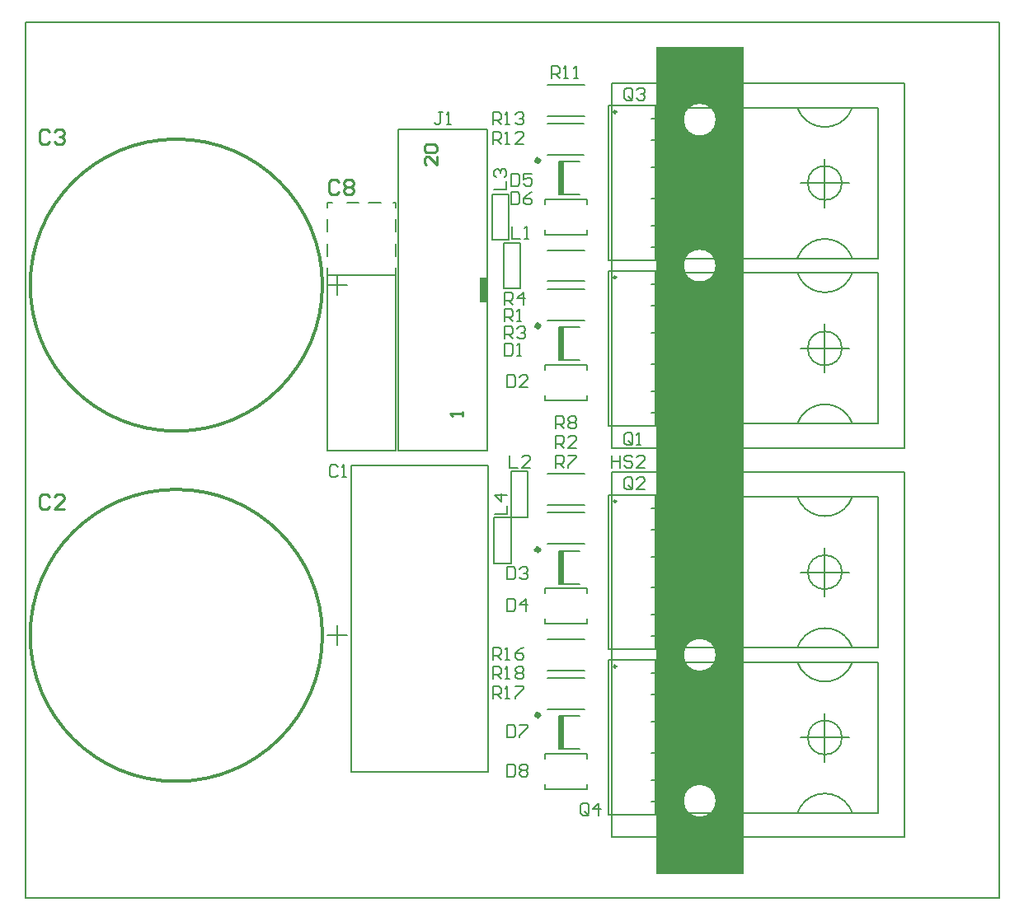
<source format=gto>
G04 Layer_Color=65535*
%FSLAX25Y25*%
%MOIN*%
G70*
G01*
G75*
%ADD17C,0.00787*%
%ADD32C,0.01181*%
%ADD33C,0.00984*%
%ADD34C,0.01968*%
%ADD35C,0.01000*%
%ADD36C,0.00500*%
%ADD37C,0.00600*%
%ADD38C,0.00591*%
%ADD39C,0.00800*%
%ADD40R,0.03090X0.10000*%
%ADD41R,0.02165X0.13386*%
G36*
X290354Y-167323D02*
X254921D01*
X254921Y167323D01*
X290354D01*
X290354Y-167323D01*
D02*
G37*
%LPC*%
G36*
X273316Y-130905D02*
X271959D01*
X270628Y-131170D01*
X269374Y-131690D01*
X268246Y-132444D01*
X267286Y-133403D01*
X266532Y-134532D01*
X266013Y-135786D01*
X265748Y-137117D01*
Y-137795D01*
Y-138474D01*
X266013Y-139805D01*
X266532Y-141059D01*
X267286Y-142187D01*
X268246Y-143147D01*
X269374Y-143901D01*
X270628Y-144420D01*
X271959Y-144685D01*
X273316D01*
X274647Y-144420D01*
X275901Y-143901D01*
X277030Y-143147D01*
X277989Y-142187D01*
X278743Y-141059D01*
X279263Y-139805D01*
X279528Y-138474D01*
Y-137795D01*
Y-137117D01*
X279263Y-135786D01*
X278743Y-134532D01*
X277989Y-133403D01*
X277030Y-132444D01*
X275901Y-131690D01*
X274647Y-131170D01*
X273316Y-130905D01*
D02*
G37*
G36*
Y-71850D02*
X271959D01*
X270628Y-72115D01*
X269374Y-72635D01*
X268246Y-73388D01*
X267286Y-74348D01*
X266532Y-75477D01*
X266013Y-76731D01*
X265748Y-78062D01*
Y-78740D01*
Y-79419D01*
X266013Y-80750D01*
X266532Y-82004D01*
X267286Y-83132D01*
X268246Y-84092D01*
X269374Y-84846D01*
X270628Y-85365D01*
X271959Y-85630D01*
X273316D01*
X274647Y-85365D01*
X275901Y-84846D01*
X277030Y-84092D01*
X277989Y-83132D01*
X278743Y-82004D01*
X279263Y-80750D01*
X279528Y-79419D01*
Y-78740D01*
Y-78062D01*
X279263Y-76731D01*
X278743Y-75477D01*
X277989Y-74348D01*
X277030Y-73388D01*
X275901Y-72635D01*
X274647Y-72115D01*
X273316Y-71850D01*
D02*
G37*
G36*
Y144685D02*
X271959D01*
X270628Y144420D01*
X269374Y143901D01*
X268246Y143147D01*
X267286Y142187D01*
X266532Y141059D01*
X266013Y139805D01*
X265748Y138474D01*
Y137795D01*
Y137117D01*
X266013Y135786D01*
X266532Y134532D01*
X267286Y133403D01*
X268246Y132444D01*
X269374Y131690D01*
X270628Y131170D01*
X271959Y130905D01*
X273316D01*
X274647Y131170D01*
X275901Y131690D01*
X277030Y132444D01*
X277989Y133403D01*
X278743Y134532D01*
X279263Y135786D01*
X279528Y137117D01*
Y137795D01*
Y138474D01*
X279263Y139805D01*
X278743Y141059D01*
X277989Y142187D01*
X277030Y143147D01*
X275901Y143901D01*
X274647Y144420D01*
X273316Y144685D01*
D02*
G37*
G36*
Y85630D02*
X271959D01*
X270628Y85365D01*
X269374Y84846D01*
X268246Y84092D01*
X267286Y83132D01*
X266532Y82004D01*
X266013Y80750D01*
X265748Y79419D01*
Y78740D01*
Y78062D01*
X266013Y76731D01*
X266532Y75477D01*
X267286Y74348D01*
X268246Y73388D01*
X269374Y72635D01*
X270628Y72115D01*
X271959Y71850D01*
X273316D01*
X274647Y72115D01*
X275901Y72635D01*
X277030Y73388D01*
X277989Y74348D01*
X278743Y75477D01*
X279263Y76731D01*
X279528Y78062D01*
Y78740D01*
Y79419D01*
X279263Y80750D01*
X278743Y82004D01*
X277989Y83132D01*
X277030Y84092D01*
X275901Y84846D01*
X274647Y85365D01*
X273316Y85630D01*
D02*
G37*
%LPD*%
D17*
X330118Y45276D02*
G03*
X330118Y45276I-6890J0D01*
G01*
X313416Y17401D02*
G03*
X312093Y14764I9812J-6574D01*
G01*
X333041Y17401D02*
G03*
X313416Y17401I-9812J-6574D01*
G01*
X334364Y14764D02*
G03*
X333041Y17401I-11135J-3937D01*
G01*
Y73150D02*
G03*
X334364Y75787I-9812J6574D01*
G01*
X313416Y73150D02*
G03*
X333041Y73150I9812J6574D01*
G01*
X312093Y75787D02*
G03*
X313416Y73150I11135J3937D01*
G01*
X330118Y-112205D02*
G03*
X330118Y-112205I-6890J0D01*
G01*
X313416Y-140079D02*
G03*
X312093Y-142717I9812J-6574D01*
G01*
X333041Y-140079D02*
G03*
X313416Y-140079I-9812J-6574D01*
G01*
X334364Y-142717D02*
G03*
X333041Y-140079I-11135J-3937D01*
G01*
Y-84330D02*
G03*
X334364Y-81693I-9812J6574D01*
G01*
X313416Y-84330D02*
G03*
X333041Y-84330I9812J6574D01*
G01*
X312093Y-81693D02*
G03*
X313416Y-84330I11135J3937D01*
G01*
X330118Y-45276D02*
G03*
X330118Y-45276I-6890J0D01*
G01*
X313416Y-73150D02*
G03*
X312093Y-75787I9812J-6574D01*
G01*
X333041Y-73150D02*
G03*
X313416Y-73150I-9812J-6574D01*
G01*
X334364Y-75787D02*
G03*
X333041Y-73150I-11135J-3937D01*
G01*
Y-17401D02*
G03*
X334364Y-14764I-9812J6574D01*
G01*
X313416Y-17401D02*
G03*
X333041Y-17401I9812J6574D01*
G01*
X312093Y-14764D02*
G03*
X313416Y-17401I11135J3937D01*
G01*
X330118Y112205D02*
G03*
X330118Y112205I-6890J0D01*
G01*
X313416Y84330D02*
G03*
X312093Y81693I9812J-6574D01*
G01*
X333041Y84330D02*
G03*
X313416Y84330I-9812J-6574D01*
G01*
X334364Y81693D02*
G03*
X333041Y84330I-11135J-3937D01*
G01*
Y140079D02*
G03*
X334364Y142717I-9812J6574D01*
G01*
X313416Y140079D02*
G03*
X333041Y140079I9812J6574D01*
G01*
X312093Y142717D02*
G03*
X313416Y140079I11135J3937D01*
G01*
X266142Y75787D02*
X312093D01*
X266142Y14764D02*
X312093D01*
X334364D02*
X344882D01*
X334364Y75787D02*
X344882D01*
Y14764D02*
Y75787D01*
X266142Y71260D02*
Y75787D01*
Y51575D02*
Y62598D01*
Y27953D02*
Y38976D01*
Y14764D02*
Y19291D01*
X312093Y75787D02*
X334364D01*
X312093Y14764D02*
X334364D01*
X266142Y62598D02*
Y71260D01*
X252953D02*
X266142D01*
X252953Y62598D02*
X266142D01*
Y38976D02*
Y51575D01*
X252953D02*
X266142D01*
X252953Y38976D02*
X266142D01*
Y19291D02*
Y27953D01*
X252953Y19291D02*
X266142D01*
X252953Y27953D02*
X266142D01*
X323228Y45276D02*
X333071D01*
X323228D02*
Y55118D01*
X313386Y45276D02*
X323228D01*
Y35433D02*
Y45276D01*
X211024Y56693D02*
X225984D01*
X211024Y69291D02*
X225984D01*
X237205Y-4921D02*
X355315D01*
X237205Y-152559D02*
X355315D01*
Y-4921D01*
X237205Y-152559D02*
Y-4921D01*
Y4921D02*
Y152559D01*
X355315Y4921D02*
Y152559D01*
X237205Y4921D02*
X355315D01*
X237205Y152559D02*
X355315D01*
X215748Y40551D02*
Y53937D01*
Y40551D02*
X224016D01*
X215748Y53937D02*
X224016D01*
X235827Y-76575D02*
X256693D01*
X235827Y-13976D02*
X256693D01*
X235827Y-76575D02*
Y-13976D01*
X256693Y-76575D02*
Y-13976D01*
X254724Y-76575D02*
Y-13976D01*
X131890Y-125984D02*
X187008D01*
X131890Y-1969D02*
X187008D01*
X131890Y-125984D02*
Y-1969D01*
X187008Y-125984D02*
Y-1969D01*
X211024Y-100787D02*
X225984D01*
X211024Y-88189D02*
X225984D01*
X215748Y-103543D02*
X224016D01*
X215748Y-116929D02*
X224016D01*
X215748D02*
Y-103543D01*
X211024Y-85039D02*
X225984D01*
X211024Y-72441D02*
X225984D01*
X215748Y-50000D02*
Y-36614D01*
Y-50000D02*
X224016D01*
X215748Y-36614D02*
X224016D01*
X211024Y-33858D02*
X225984D01*
X211024Y-21260D02*
X225984D01*
X211024Y-18110D02*
X225984D01*
X211024Y-5512D02*
X225984D01*
X211024Y72441D02*
X225984D01*
X211024Y85039D02*
X225984D01*
X215748Y120866D02*
X224016D01*
X215748Y107480D02*
X224016D01*
X215748D02*
Y120866D01*
X210925Y123622D02*
X225886D01*
X210925Y136221D02*
X225886D01*
X211024Y139370D02*
X225984D01*
X211024Y151969D02*
X225984D01*
X254724Y-143504D02*
Y-80905D01*
X256693Y-143504D02*
Y-80905D01*
X235827Y-143504D02*
Y-80905D01*
X256693D01*
X235827Y-143504D02*
X256693D01*
X235827Y80905D02*
X256693D01*
X235827Y143504D02*
X256693D01*
X235827Y80905D02*
Y143504D01*
X256693Y80905D02*
Y143504D01*
X254724Y80905D02*
Y143504D01*
Y13976D02*
Y76575D01*
X256693Y13976D02*
Y76575D01*
X235827Y13976D02*
Y76575D01*
X256693D01*
X235827Y13976D02*
X256693D01*
X266142Y-81693D02*
X312093D01*
X266142Y-142717D02*
X312093D01*
X334364D02*
X344882D01*
X334364Y-81693D02*
X344882D01*
Y-142717D02*
Y-81693D01*
X266142Y-86221D02*
Y-81693D01*
Y-105905D02*
Y-94882D01*
Y-129527D02*
Y-118504D01*
Y-142717D02*
Y-138189D01*
X312093Y-81693D02*
X334364D01*
X312093Y-142717D02*
X334364D01*
X266142Y-94882D02*
Y-86221D01*
X252953D02*
X266142D01*
X252953Y-94882D02*
X266142D01*
Y-118504D02*
Y-105905D01*
X252953D02*
X266142D01*
X252953Y-118504D02*
X266142D01*
Y-138189D02*
Y-129527D01*
X252953Y-138189D02*
X266142D01*
X252953Y-129527D02*
X266142D01*
X323228Y-112205D02*
X333071D01*
X323228D02*
Y-102362D01*
X313386Y-112205D02*
X323228D01*
Y-122047D02*
Y-112205D01*
X266142Y-14764D02*
X312093D01*
X266142Y-75787D02*
X312093D01*
X334364D02*
X344882D01*
X334364Y-14764D02*
X344882D01*
Y-75787D02*
Y-14764D01*
X266142Y-19291D02*
Y-14764D01*
Y-38976D02*
Y-27953D01*
Y-62598D02*
Y-51575D01*
Y-75787D02*
Y-71260D01*
X312093Y-14764D02*
X334364D01*
X312093Y-75787D02*
X334364D01*
X266142Y-27953D02*
Y-19291D01*
X252953D02*
X266142D01*
X252953Y-27953D02*
X266142D01*
Y-51575D02*
Y-38976D01*
X252953D02*
X266142D01*
X252953Y-51575D02*
X266142D01*
Y-71260D02*
Y-62598D01*
X252953Y-71260D02*
X266142D01*
X252953Y-62598D02*
X266142D01*
X323228Y-45276D02*
X333071D01*
X323228D02*
Y-35433D01*
X313386Y-45276D02*
X323228D01*
Y-55118D02*
Y-45276D01*
X266142Y142717D02*
X312093D01*
X266142Y81693D02*
X312093D01*
X334364D02*
X344882D01*
X334364Y142717D02*
X344882D01*
Y81693D02*
Y142717D01*
X266142Y138189D02*
Y142717D01*
Y118504D02*
Y129528D01*
Y94882D02*
Y105905D01*
Y81693D02*
Y86221D01*
X312093Y142717D02*
X334364D01*
X312093Y81693D02*
X334364D01*
X266142Y129528D02*
Y138189D01*
X252953D02*
X266142D01*
X252953Y129528D02*
X266142D01*
Y105905D02*
Y118504D01*
X252953D02*
X266142D01*
X252953Y105905D02*
X266142D01*
Y86221D02*
Y94882D01*
X252953Y86221D02*
X266142D01*
X252953Y94882D02*
X266142D01*
X323228Y112205D02*
X333071D01*
X323228D02*
Y122047D01*
X313386Y112205D02*
X323228D01*
Y102362D02*
Y112205D01*
X138779Y104331D02*
X143701D01*
X129921D02*
X134843D01*
X148622D02*
X149606D01*
X122047D02*
X124016D01*
X122047Y74803D02*
Y77756D01*
Y82677D02*
Y87598D01*
Y92520D02*
Y97441D01*
Y102362D02*
Y104331D01*
X149606Y102362D02*
Y104331D01*
Y92520D02*
Y97441D01*
Y82677D02*
Y87598D01*
Y74803D02*
Y77756D01*
X122047Y3937D02*
Y74803D01*
X149606Y3937D02*
Y74803D01*
X122047Y3937D02*
X149606D01*
X122047Y74803D02*
X149606D01*
X122047Y-70868D02*
X129919D01*
X125983Y-66932D02*
Y-74804D01*
X122047Y70864D02*
X129919D01*
X125983Y74800D02*
Y66928D01*
X0Y177165D02*
X393701D01*
Y-177165D02*
Y177165D01*
X0Y-177165D02*
Y177165D01*
Y-177165D02*
X393701D01*
D32*
X120079Y-70866D02*
G03*
X120079Y-70866I-59055J0D01*
G01*
Y70866D02*
G03*
X120079Y70866I-59055J0D01*
G01*
D33*
X238878Y74016D02*
G03*
X238878Y74016I-492J0D01*
G01*
Y-16535D02*
G03*
X238878Y-16535I-492J0D01*
G01*
Y-83465D02*
G03*
X238878Y-83465I-492J0D01*
G01*
Y140945D02*
G03*
X238878Y140945I-492J0D01*
G01*
Y74016D02*
G03*
X238878Y74016I-492J0D01*
G01*
Y-83465D02*
G03*
X238878Y-83465I-492J0D01*
G01*
Y-16535D02*
G03*
X238878Y-16535I-492J0D01*
G01*
Y140945D02*
G03*
X238878Y140945I-492J0D01*
G01*
D34*
X207643Y54331D02*
G03*
X207643Y54331I-557J0D01*
G01*
Y-103150D02*
G03*
X207643Y-103150I-557J0D01*
G01*
Y-36220D02*
G03*
X207643Y-36220I-557J0D01*
G01*
Y121260D02*
G03*
X207643Y121260I-557J0D01*
G01*
D35*
X279528Y-137795D02*
G03*
X279528Y-137795I-6890J0D01*
G01*
Y-78740D02*
G03*
X279528Y-78740I-6890J0D01*
G01*
Y78740D02*
G03*
X279528Y78740I-6890J0D01*
G01*
Y137795D02*
G03*
X279528Y137795I-6890J0D01*
G01*
X9904Y-14687D02*
X8905Y-13687D01*
X6905D01*
X5906Y-14687D01*
Y-18685D01*
X6905Y-19685D01*
X8905D01*
X9904Y-18685D01*
X15902Y-19685D02*
X11904D01*
X15902Y-15686D01*
Y-14687D01*
X14903Y-13687D01*
X12903D01*
X11904Y-14687D01*
X9904Y132951D02*
X8905Y133951D01*
X6905D01*
X5906Y132951D01*
Y128952D01*
X6905Y127953D01*
X8905D01*
X9904Y128952D01*
X11904Y132951D02*
X12903Y133951D01*
X14903D01*
X15902Y132951D01*
Y131951D01*
X14903Y130952D01*
X13903D01*
X14903D01*
X15902Y129952D01*
Y128952D01*
X14903Y127953D01*
X12903D01*
X11904Y128952D01*
X126675Y112718D02*
X125676Y113718D01*
X123676D01*
X122677Y112718D01*
Y108720D01*
X123676Y107720D01*
X125676D01*
X126675Y108720D01*
X128675Y112718D02*
X129674Y113718D01*
X131674D01*
X132674Y112718D01*
Y111719D01*
X131674Y110719D01*
X132674Y109719D01*
Y108720D01*
X131674Y107720D01*
X129674D01*
X128675Y108720D01*
Y109719D01*
X129674Y110719D01*
X128675Y111719D01*
Y112718D01*
X129674Y110719D02*
X131674D01*
X166291Y122730D02*
Y119398D01*
X162959Y122730D01*
X162126D01*
X161293Y121897D01*
Y120231D01*
X162126Y119398D01*
Y124396D02*
X161293Y125229D01*
Y126895D01*
X162126Y127728D01*
X165458D01*
X166291Y126895D01*
Y125229D01*
X165458Y124396D01*
X162126D01*
X176791Y17898D02*
Y19564D01*
Y18731D01*
X171793D01*
X172626Y17898D01*
D36*
X150885Y3819D02*
X186712D01*
Y133976D01*
X150885D02*
X186712D01*
X150885Y3819D02*
Y133976D01*
Y3819D02*
X186712D01*
Y133976D01*
X150885D02*
X186712D01*
X150885Y3819D02*
Y133976D01*
D37*
X210000Y24370D02*
X227008D01*
X210000Y38622D02*
X227008D01*
Y24370D02*
Y26378D01*
Y36614D02*
Y38622D01*
X210000Y36614D02*
Y38622D01*
Y24370D02*
Y26378D01*
Y-133110D02*
X227008D01*
X210000Y-118858D02*
X227008D01*
Y-133110D02*
Y-131102D01*
Y-120866D02*
Y-118858D01*
X210000Y-120866D02*
Y-118858D01*
Y-133110D02*
Y-131102D01*
Y-66181D02*
X227008D01*
X210000Y-51929D02*
X227008D01*
Y-66181D02*
Y-64173D01*
Y-53937D02*
Y-51929D01*
X210000Y-53937D02*
Y-51929D01*
Y-66181D02*
Y-64173D01*
Y91299D02*
X227008D01*
X210000Y105551D02*
X227008D01*
Y91299D02*
Y93307D01*
Y103543D02*
Y105551D01*
X210000Y103543D02*
Y105551D01*
Y91299D02*
Y93307D01*
D38*
X196260Y-41732D02*
Y-23228D01*
X189567Y-41732D02*
X196260D01*
X189567D02*
Y-23228D01*
X196260D01*
X203150Y-23031D02*
Y-4528D01*
X196457Y-23031D02*
X203150D01*
X196457D02*
Y-4528D01*
X203150D01*
X188622Y89173D02*
Y107677D01*
X195315D01*
Y89173D02*
Y107677D01*
X188622Y89173D02*
X195315D01*
X200197Y69488D02*
Y87992D01*
X193504Y69488D02*
X200197D01*
X193504D02*
Y87992D01*
X200197D01*
D39*
X189883Y-21654D02*
X194882D01*
Y-18321D01*
Y-14156D02*
X189883D01*
X192383Y-16655D01*
Y-13323D01*
X189490Y109449D02*
X194488D01*
Y112781D01*
X190323Y114447D02*
X189490Y115280D01*
Y116946D01*
X190323Y117780D01*
X191156D01*
X191989Y116946D01*
Y116113D01*
Y116946D01*
X192822Y117780D01*
X193655D01*
X194488Y116946D01*
Y115280D01*
X193655Y114447D01*
X195866Y2046D02*
Y-2953D01*
X199198D01*
X204197D02*
X200865D01*
X204197Y380D01*
Y1213D01*
X203364Y2046D01*
X201698D01*
X200865Y1213D01*
X196850Y94565D02*
Y89567D01*
X200183D01*
X201849D02*
X203515D01*
X202682D01*
Y94565D01*
X201849Y93732D01*
X126364Y-2724D02*
X125531Y-1891D01*
X123865D01*
X123031Y-2724D01*
Y-6057D01*
X123865Y-6890D01*
X125531D01*
X126364Y-6057D01*
X128030Y-6890D02*
X129696D01*
X128863D01*
Y-1891D01*
X128030Y-2724D01*
X245458Y-10978D02*
Y-7646D01*
X244625Y-6813D01*
X242959D01*
X242126Y-7646D01*
Y-10978D01*
X242959Y-11811D01*
X244625D01*
X243792Y-10145D02*
X245458Y-11811D01*
X244625D02*
X245458Y-10978D01*
X250457Y-11811D02*
X247124D01*
X250457Y-8479D01*
Y-7646D01*
X249623Y-6813D01*
X247957D01*
X247124Y-7646D01*
X245458Y6935D02*
Y10268D01*
X244625Y11101D01*
X242959D01*
X242126Y10268D01*
Y6935D01*
X242959Y6102D01*
X244625D01*
X243792Y7768D02*
X245458Y6102D01*
X244625D02*
X245458Y6935D01*
X247124Y6102D02*
X248791D01*
X247957D01*
Y11101D01*
X247124Y10268D01*
X193898Y47321D02*
Y42323D01*
X196397D01*
X197230Y43156D01*
Y46488D01*
X196397Y47321D01*
X193898D01*
X198896Y42323D02*
X200562D01*
X199729D01*
Y47321D01*
X198896Y46488D01*
X194882Y34526D02*
Y29528D01*
X197381D01*
X198214Y30361D01*
Y33693D01*
X197381Y34526D01*
X194882D01*
X203212Y29528D02*
X199880D01*
X203212Y32860D01*
Y33693D01*
X202379Y34526D01*
X200713D01*
X199880Y33693D01*
X194882Y-43230D02*
Y-48228D01*
X197381D01*
X198214Y-47395D01*
Y-44063D01*
X197381Y-43230D01*
X194882D01*
X199880Y-44063D02*
X200713Y-43230D01*
X202379D01*
X203212Y-44063D01*
Y-44896D01*
X202379Y-45729D01*
X201546D01*
X202379D01*
X203212Y-46562D01*
Y-47395D01*
X202379Y-48228D01*
X200713D01*
X199880Y-47395D01*
X194882Y-56025D02*
Y-61024D01*
X197381D01*
X198214Y-60190D01*
Y-56858D01*
X197381Y-56025D01*
X194882D01*
X202379Y-61024D02*
Y-56025D01*
X199880Y-58524D01*
X203212D01*
X214567Y4921D02*
Y9920D01*
X217066D01*
X217899Y9087D01*
Y7421D01*
X217066Y6587D01*
X214567D01*
X216233D02*
X217899Y4921D01*
X222898D02*
X219565D01*
X222898Y8253D01*
Y9087D01*
X222064Y9920D01*
X220398D01*
X219565Y9087D01*
X245458Y146502D02*
Y149835D01*
X244625Y150668D01*
X242959D01*
X242126Y149835D01*
Y146502D01*
X242959Y145669D01*
X244625D01*
X243792Y147335D02*
X245458Y145669D01*
X244625D02*
X245458Y146502D01*
X247124Y149835D02*
X247957Y150668D01*
X249623D01*
X250457Y149835D01*
Y149002D01*
X249623Y148169D01*
X248791D01*
X249623D01*
X250457Y147335D01*
Y146502D01*
X249623Y145669D01*
X247957D01*
X247124Y146502D01*
X227742Y-142868D02*
Y-139535D01*
X226909Y-138702D01*
X225242D01*
X224410Y-139535D01*
Y-142868D01*
X225242Y-143701D01*
X226909D01*
X226076Y-142035D02*
X227742Y-143701D01*
X226909D02*
X227742Y-142868D01*
X231907Y-143701D02*
Y-138702D01*
X229408Y-141202D01*
X232740D01*
X193898Y56102D02*
Y61101D01*
X196397D01*
X197230Y60268D01*
Y58601D01*
X196397Y57768D01*
X193898D01*
X195564D02*
X197230Y56102D01*
X198896D02*
X200562D01*
X199729D01*
Y61101D01*
X198896Y60268D01*
X196457Y116022D02*
Y111024D01*
X198956D01*
X199789Y111857D01*
Y115189D01*
X198956Y116022D01*
X196457D01*
X204787D02*
X201455D01*
Y113523D01*
X203121Y114356D01*
X203954D01*
X204787Y113523D01*
Y111857D01*
X203954Y111024D01*
X202288D01*
X201455Y111857D01*
X196457Y108542D02*
Y103543D01*
X198956D01*
X199789Y104376D01*
Y107709D01*
X198956Y108542D01*
X196457D01*
X204787D02*
X203121Y107709D01*
X201455Y106043D01*
Y104376D01*
X202288Y103543D01*
X203954D01*
X204787Y104376D01*
Y105209D01*
X203954Y106043D01*
X201455D01*
X194882Y-107206D02*
Y-112205D01*
X197381D01*
X198214Y-111372D01*
Y-108039D01*
X197381Y-107206D01*
X194882D01*
X199880D02*
X203212D01*
Y-108039D01*
X199880Y-111372D01*
Y-112205D01*
X194882Y-122954D02*
Y-127953D01*
X197381D01*
X198214Y-127120D01*
Y-123787D01*
X197381Y-122954D01*
X194882D01*
X199880Y-123787D02*
X200713Y-122954D01*
X202379D01*
X203212Y-123787D01*
Y-124620D01*
X202379Y-125454D01*
X203212Y-126287D01*
Y-127120D01*
X202379Y-127953D01*
X200713D01*
X199880Y-127120D01*
Y-126287D01*
X200713Y-125454D01*
X199880Y-124620D01*
Y-123787D01*
X200713Y-125454D02*
X202379D01*
X257874Y160510D02*
Y155512D01*
Y158011D01*
X261206D01*
Y160510D01*
Y155512D01*
X266205Y159677D02*
X265372Y160510D01*
X263705D01*
X262872Y159677D01*
Y158844D01*
X263705Y158011D01*
X265372D01*
X266205Y157178D01*
Y156345D01*
X265372Y155512D01*
X263705D01*
X262872Y156345D01*
X267871Y155512D02*
X269537D01*
X268704D01*
Y160510D01*
X267871Y159677D01*
X237205Y2046D02*
Y-2953D01*
Y-454D01*
X240537D01*
Y2046D01*
Y-2953D01*
X245535Y1213D02*
X244702Y2046D01*
X243036D01*
X242203Y1213D01*
Y380D01*
X243036Y-454D01*
X244702D01*
X245535Y-1287D01*
Y-2120D01*
X244702Y-2953D01*
X243036D01*
X242203Y-2120D01*
X250534Y-2953D02*
X247201D01*
X250534Y380D01*
Y1213D01*
X249701Y2046D01*
X248035D01*
X247201Y1213D01*
X193898Y49213D02*
Y54211D01*
X196397D01*
X197230Y53378D01*
Y51712D01*
X196397Y50879D01*
X193898D01*
X195564D02*
X197230Y49213D01*
X198896Y53378D02*
X199729Y54211D01*
X201395D01*
X202228Y53378D01*
Y52545D01*
X201395Y51712D01*
X200562D01*
X201395D01*
X202228Y50879D01*
Y50046D01*
X201395Y49213D01*
X199729D01*
X198896Y50046D01*
X193898Y62992D02*
Y67990D01*
X196397D01*
X197230Y67157D01*
Y65491D01*
X196397Y64658D01*
X193898D01*
X195564D02*
X197230Y62992D01*
X201395D02*
Y67990D01*
X198896Y65491D01*
X202228D01*
X214567Y-2953D02*
Y2046D01*
X217066D01*
X217899Y1213D01*
Y-453D01*
X217066Y-1287D01*
X214567D01*
X216233D02*
X217899Y-2953D01*
X219565Y2046D02*
X222898D01*
Y1213D01*
X219565Y-2120D01*
Y-2953D01*
X214567Y12795D02*
Y17794D01*
X217066D01*
X217899Y16961D01*
Y15294D01*
X217066Y14461D01*
X214567D01*
X216233D02*
X217899Y12795D01*
X219565Y16961D02*
X220398Y17794D01*
X222064D01*
X222898Y16961D01*
Y16127D01*
X222064Y15294D01*
X222898Y14461D01*
Y13628D01*
X222064Y12795D01*
X220398D01*
X219565Y13628D01*
Y14461D01*
X220398Y15294D01*
X219565Y16127D01*
Y16961D01*
X220398Y15294D02*
X222064D01*
X212598Y154528D02*
Y159526D01*
X215098D01*
X215931Y158693D01*
Y157027D01*
X215098Y156194D01*
X212598D01*
X214265D02*
X215931Y154528D01*
X217597D02*
X219263D01*
X218430D01*
Y159526D01*
X217597Y158693D01*
X221762Y154528D02*
X223428D01*
X222595D01*
Y159526D01*
X221762Y158693D01*
X188976Y127953D02*
Y132951D01*
X191476D01*
X192309Y132118D01*
Y130452D01*
X191476Y129619D01*
X188976D01*
X190642D02*
X192309Y127953D01*
X193975D02*
X195641D01*
X194808D01*
Y132951D01*
X193975Y132118D01*
X201472Y127953D02*
X198140D01*
X201472Y131285D01*
Y132118D01*
X200639Y132951D01*
X198973D01*
X198140Y132118D01*
X188976Y135827D02*
Y140825D01*
X191476D01*
X192309Y139992D01*
Y138326D01*
X191476Y137493D01*
X188976D01*
X190642D02*
X192309Y135827D01*
X193975D02*
X195641D01*
X194808D01*
Y140825D01*
X193975Y139992D01*
X198140D02*
X198973Y140825D01*
X200639D01*
X201472Y139992D01*
Y139159D01*
X200639Y138326D01*
X199806D01*
X200639D01*
X201472Y137493D01*
Y136660D01*
X200639Y135827D01*
X198973D01*
X198140Y136660D01*
X188976Y-80709D02*
Y-75710D01*
X191476D01*
X192309Y-76543D01*
Y-78210D01*
X191476Y-79043D01*
X188976D01*
X190642D02*
X192309Y-80709D01*
X193975D02*
X195641D01*
X194808D01*
Y-75710D01*
X193975Y-76543D01*
X201472Y-75710D02*
X199806Y-76543D01*
X198140Y-78210D01*
Y-79876D01*
X198973Y-80709D01*
X200639D01*
X201472Y-79876D01*
Y-79043D01*
X200639Y-78210D01*
X198140D01*
X188976Y-96457D02*
Y-91458D01*
X191476D01*
X192309Y-92291D01*
Y-93958D01*
X191476Y-94791D01*
X188976D01*
X190642D02*
X192309Y-96457D01*
X193975D02*
X195641D01*
X194808D01*
Y-91458D01*
X193975Y-92291D01*
X198140Y-91458D02*
X201472D01*
Y-92291D01*
X198140Y-95624D01*
Y-96457D01*
X188976Y-88583D02*
Y-83584D01*
X191476D01*
X192309Y-84417D01*
Y-86084D01*
X191476Y-86917D01*
X188976D01*
X190642D02*
X192309Y-88583D01*
X193975D02*
X195641D01*
X194808D01*
Y-83584D01*
X193975Y-84417D01*
X198140D02*
X198973Y-83584D01*
X200639D01*
X201472Y-84417D01*
Y-85250D01*
X200639Y-86084D01*
X201472Y-86917D01*
Y-87750D01*
X200639Y-88583D01*
X198973D01*
X198140Y-87750D01*
Y-86917D01*
X198973Y-86084D01*
X198140Y-85250D01*
Y-84417D01*
X198973Y-86084D02*
X200639D01*
X168687Y140825D02*
X167020D01*
X167853D01*
Y136660D01*
X167020Y135827D01*
X166187D01*
X165354Y136660D01*
X170353Y135827D02*
X172019D01*
X171186D01*
Y140825D01*
X170353Y139992D01*
D40*
X185167Y68898D02*
D03*
D41*
X216634Y47244D02*
D03*
Y-110236D02*
D03*
Y-43307D02*
D03*
Y114173D02*
D03*
M02*

</source>
